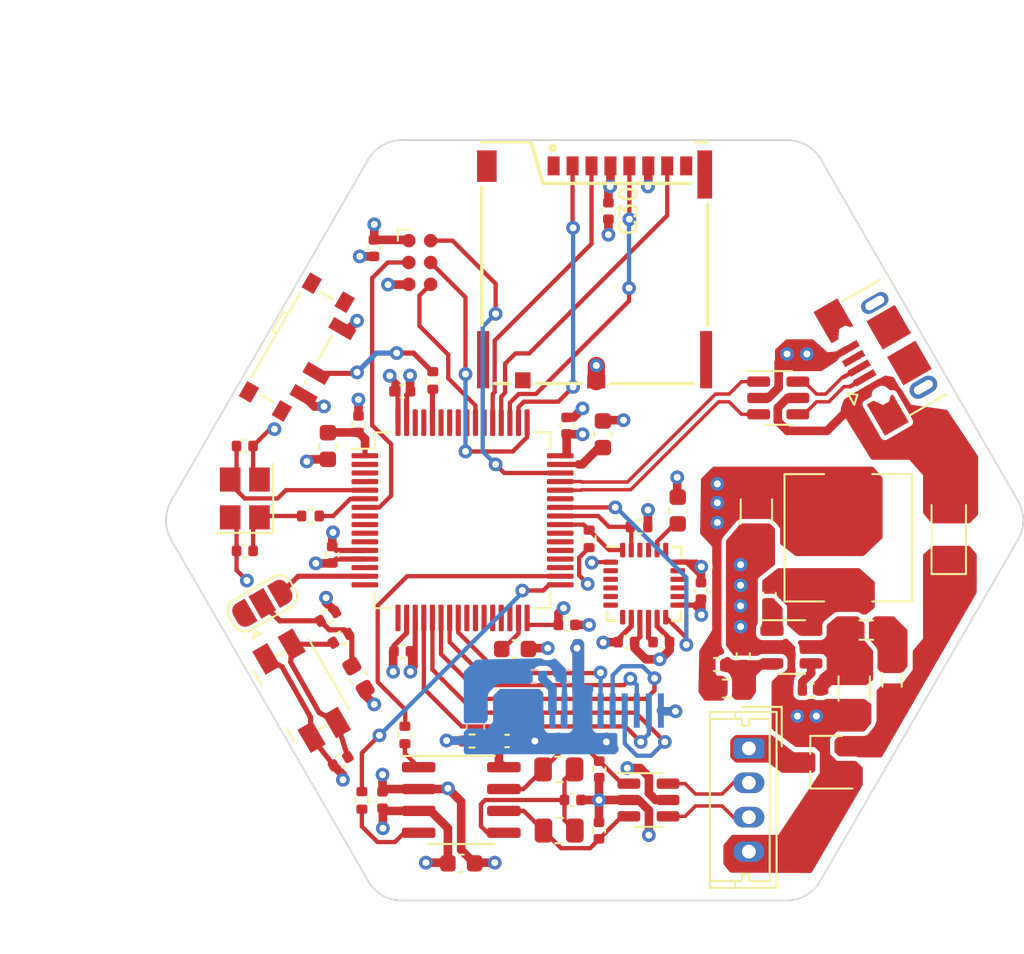
<source format=kicad_pcb>
(kicad_pcb (version 20221018) (generator pcbnew)
  (layers (0 "F.Cu" signal) (1 "In1.Cu" signal) (2 "In2.Cu" signal) (31 "B.Cu" signal) (34 "B.Paste" user) (35 "F.Paste" user) (36 "B.SilkS" user "B.Silkscreen") (37 "F.SilkS" user "F.Silkscreen") (38 "B.Mask" user) (39 "F.Mask" user) (44 "Edge.Cuts" user))
  (net 0 "")
  (net 1 "+3V3")
  (net 2 "GND")
  (net 3 "/MCU/HSE_IN")
  (net 4 "/MCU/XTAL_IN")
  (net 5 "/MCU/VCAP_1")
  (net 6 "/MCU/VCAP_2")
  (net 7 "/Sensors/CAN+")
  (net 8 "/Sensors/CAN-")
  (net 9 "/PMU/BUCK_IN")
  (net 10 "VBUS")
  (net 11 "+12V")
  (net 12 "Net-(H1-LEDA)")
  (net 13 "TFT_DC")
  (net 14 "TFT_CS")
  (net 15 "TFT_SCK")
  (net 16 "TFT_MOSI")
  (net 17 "TFT_RST")
  (net 18 "/Connectors/D-")
  (net 19 "/Connectors/D+")
  (net 22 "SWDIO")
  (net 23 "NRST")
  (net 24 "SWCLK")
  (net 25 "SWO")
  (net 27 "SD_CS")
  (net 28 "SD_MOSI")
  (net 29 "SD_SCK")
  (net 30 "SD_MISO")
  (net 32 "SD_CD")
  (net 33 "/MCU/HSE_OUT")
  (net 34 "IMU_SDA")
  (net 35 "IMU_SCL")
  (net 36 "CAN_TX")
  (net 37 "Net-(U3-D)")
  (net 38 "Net-(SW1-B)")
  (net 39 "/MCU/BOOT0")
  (net 40 "IMU_INT")
  (net 41 "BTN")
  (net 42 "CAN_RX")
  (net 43 "USB_D-")
  (net 44 "USB_D+")
  (net 45 "CAN_CONN-")
  (net 46 "CAN_CONN+")
  (net 47 "/PMU/BUCK_OUT")
  (net 48 "/PMU/BUCK_FB")
  (net 49 "/PMU/BUCK_EN")
  (net 50 "/PMU/BUCK_BST")
  (net 51 "Net-(U3-R)")
  (net 52 "/Sensors/VREF")
  (net 53 "Net-(JP1-C)")
  (net 54 "Net-(U5-REGOUT)")
  (net 55 "Net-(U5-CPOUT)")
  (net 56 "Net-(C28-Pad1)")
  (net 98 "/Sensors/CAN_RS")
  (net 100 "/PMU/POST_POL")
  (net 101 "/PMU/POST_FUSE")
  (footprint "Connector_USB:USB_Micro-B_XKB_U254-051T-4BH83-F1S" (layer "F.Cu") (at 139.27025 73.83177 120)
    (fp_text reference "J1" hide)
    (fp_text value "USB_B_Micro")
  )
  (footprint "Capacitor_SMD:C_0402_1005Metric" (layer "F.Cu") (at 123.764 90.9)
    (fp_text reference "C17" hide)
    (fp_text value "10n")
  )
  (footprint "Capacitor_SMD:C_0402_1005Metric" (layer "F.Cu") (at 122.189 98.298 -90)
    (fp_text reference "C19" hide)
    (fp_text value "100n")
  )
  (footprint "Resistor_SMD:R_0402_1005Metric" (layer "F.Cu") (at 108.4 100.1 -90)
    (fp_text reference "R12" hide)
    (fp_text value "47R")
  )
  (footprint "Capacitor_SMD:C_0402_1005Metric" (layer "F.Cu") (at 122.72 65.84 -90)
    (fp_text reference "C30")
    (fp_text value "100n")
  )
  (footprint "Resistor_SMD:R_0402_1005Metric" (layer "F.Cu") (at 106.426 89.408 -150)
    (fp_text reference "R16" hide)
    (fp_text value "10k")
  )
  (footprint "Jumper:SolderJumper-3_P1.3mm_Open_RoundedPad1.0x1.5mm" (layer "F.Cu") (at 102.616 88.646 30)
    (fp_text reference "JP1" hide)
    (fp_text value "Jumper_3_Bridged12")
  )
  (footprint "Resistor_SMD:R_0402_1005Metric" (layer "F.Cu") (at 105.41 83.57)
    (fp_text reference "R2" hide)
    (fp_text value "47R")
  )
  (footprint "Connector_Molex:Molex_Micro-Latch_53253-0470_1x04_P2.00mm_Vertical" (layer "F.Cu") (at 130.881 97.076 -90)
    (fp_text reference "J4" hide)
    (fp_text value "Conn_01x04_Pin")
  )
  (footprint "Capacitor_SMD:C_0402_1005Metric" (layer "F.Cu") (at 132.08 88.138 90)
    (fp_text reference "C11" hide)
    (fp_text value "22n")
  )
  (footprint "Capacitor_SMD:C_1206_3216Metric" (layer "F.Cu") (at 131.318 83.312 -90)
    (fp_text reference "C13" hide)
    (fp_text value "47u")
  )
  (footprint "Resistor_SMD:R_0402_1005Metric" (layer "F.Cu") (at 107.188 90.678 -150)
    (fp_text reference "R17" hide)
    (fp_text value "10R")
  )
  (footprint "Crystal:Crystal_SMD_3225-4Pin_3.2x2.5mm" (layer "F.Cu") (at 101.6 82.55 90)
    (fp_text reference "Y1" hide)
    (fp_text value "25MHz 12pF")
  )
  (footprint "Resistor_SMD:R_0805_2012Metric" (layer "F.Cu") (at 119.841 98.298 180)
    (fp_text reference "R11" hide)
    (fp_text value "56R")
  )
  (footprint "Diode_SMD:D_SOD-123" (layer "F.Cu") (at 142.494 84.582 90)
    (fp_text reference "D1" hide)
    (fp_text value "B5819W")
  )
  (footprint "Inductor_SMD:L_0805_2012Metric" (layer "F.Cu") (at 139.2 93.091 90)
    (fp_text reference "F1" hide)
    (fp_text value "1A")
  )
  (footprint "Capacitor_SMD:C_0603_1608Metric" (layer "F.Cu") (at 106.426 79.502 -90)
    (fp_text reference "C1" hide)
    (fp_text value "2u2")
  )
  (footprint "Resistor_SMD:R_0402_1005Metric" (layer "F.Cu") (at 114.8 96.647)
    (fp_text reference "R14" hide)
    (fp_text value "1k5")
  )
  (footprint "Capacitor_SMD:C_0402_1005Metric" (layer "F.Cu") (at 101.6 85.598 180)
    (fp_text reference "C8" hide)
    (fp_text value "12p")
  )
  (footprint "Capacitor_SMD:C_0402_1005Metric" (layer "F.Cu") (at 101.6 79.502)
    (fp_text reference "C7" hide)
    (fp_text value "12p")
  )
  (footprint "Capacitor_SMD:C_0402_1005Metric" (layer "F.Cu") (at 122.174 101.854 -90)
    (fp_text reference "C21" hide)
    (fp_text value "100n")
  )
  (footprint "Package_TO_SOT_SMD:SOT-23-6" (layer "F.Cu") (at 125.048 100.076)
    (fp_text reference "U4" hide)
    (fp_text value "USBLC6-2")
  )
  (footprint "Capacitor_SMD:C_0402_1005Metric" (layer "F.Cu") (at 120.3 89.9)
    (fp_text reference "C5" hide)
    (fp_text value "100n")
  )
  (footprint "Package_SO:SOIC-8_3.9x4.9mm_P1.27mm" (layer "F.Cu") (at 114.173 100.076)
    (fp_text reference "U3" hide)
    (fp_text value "SN65HVD230")
  )
  (footprint "Resistor_SMD:R_0402_1005Metric" (layer "F.Cu") (at 112.522 75.692 -90)
    (fp_text reference "R1" hide)
    (fp_text value "10R")
  )
  (footprint "Package_TO_SOT_SMD:TSOT-23-6" (layer "F.Cu") (at 133.35 91.186)
    (fp_text reference "U2" hide)
    (fp_text value "TPMP2359D")
  )
  (footprint "Button_Switch_SMD:Panasonic_EVQPUL_EVQPUC" (layer "F.Cu") (at 104.902 93.722 120)
    (fp_text reference "SW2" hide)
    (fp_text value "SW_Omron_B3FS")
  )
  (footprint "Capacitor_SMD:C_0603_1608Metric" (layer "F.Cu") (at 126.75 83.25 90)
    (fp_text reference "C24" hide)
    (fp_text value "2u2")
  )
  (footprint "Capacitor_SMD:C_0402_1005Metric" (layer "F.Cu") (at 106.68 85.82 90)
    (fp_text reference "C29" hide)
    (fp_text value "100n")
  )
  (footprint "Capacitor_SMD:C_0402_1005Metric" (layer "F.Cu") (at 120.65 100.076)
    (fp_text reference "C20" hide)
    (fp_text value "100n")
  )
  (footprint "Capacitor_SMD:C_0402_1005Metric" (layer "F.Cu") (at 116.84 96.647)
    (fp_text reference "C22" hide)
    (fp_text value "100n")
  )
  (footprint "Capacitor_SMD:C_0402_1005Metric" (layer "F.Cu") (at 107.17 97.82 -150)
    (fp_text reference "C28" hide)
    (fp_text value "100n")
  )
  (footprint "Connector:Tag-Connect_TC2030-IDC-NL_2x03_P1.27mm_Vertical" (layer "F.Cu") (at 111.76 68.834 -90)
    (fp_text reference "J2" hide)
    (fp_text value "Conn_ARM_SWD_TC2030-NL")
  )
  (footprint "Button_Switch_SMD:SW_SPDT_PCM12" (layer "F.Cu") (at 104.902 73.914 -120)
    (fp_text reference "SW1" hide)
    (fp_text value "SW_SPDT")
  )
  (footprint "Capacitor_SMD:C_0402_1005Metric" (layer "F.Cu") (at 109.601 100.076 90)
    (fp_text reference "C16" hide)
    (fp_text value "100n")
  )
  (footprint "Capacitor_SMD:C_0402_1005Metric" (layer "F.Cu") (at 120.296 78.32 90)
    (fp_text reference "C6" hide)
    (fp_text value "100n")
  )
  (footprint "Capacitor_SMD:C_0603_1608Metric" (layer "F.Cu") (at 108.204 92.964 -60)
    (fp_text reference "C27" hide)
    (fp_text value "2u2")
  )
  (footprint "Sensor_Motion:InvenSense_QFN-24_4x4mm_P0.5mm" (layer "F.Cu") (at 124.8 87.5)
    (fp_text reference "U5" hide)
    (fp_text value "MPU-6050")
  )
  (footprint "Package_QFP:LQFP-64_10x10mm_P0.5mm" (layer "F.Cu") (at 114.2492 83.82)
    (fp_text reference "U1" hide)
    (fp_text value "STM32F405RGT6")
  )
  (footprint "SamacSys_Parts:503398-1892" (layer "F.Cu") (at 115.37 61.82)
    (fp_text reference "J3" hide)
    (fp_text value "Micro_SD_Card" hide)
  )
  (footprint "Capacitor_SMD:C_1206_3216Metric" (layer "F.Cu") (at 137 93.599 -90)
    (fp_text reference "C14" hide)
    (fp_text value "47u")
  )
  (footprint "Resistor_SMD:R_0402_1005Metric" (layer "F.Cu") (at 121.6 84.9 -90)
    (fp_text reference "R4" hide)
    (fp_text value "1k5")
  )
  (footprint "Resistor_SMD:R_0402_1005Metric" (layer "F.Cu") (at 124.5 84.2)
    (fp_text reference "R3" hide)
    (fp_text value "1k5")
  )
  (footprint "Capacitor_SMD:C_0603_1608Metric" (layer "F.Cu") (at 114.173 103.759)
    (fp_text reference "C15" hide)
    (fp_text value "2u2")
  )
  (footprint "Resistor_SMD:R_0402_1005Metric" (layer "F.Cu") (at 110.9 96.3 -90)
    (fp_text reference "R10" hide)
    (fp_text value "47R")
  )
  (footprint "Inductor_SMD:L_7.3x7.3_H4.5" (layer "F.Cu") (at 136.652 84.836 90)
    (fp_text reference "L1" hide)
    (fp_text value "4u7")
  )
  (footprint "Capacitor_SMD:C_0402_1005Metric" (layer "F.Cu") (at 125.796 90.9)
    (fp_text reference "C23" hide)
    (fp_text value "100n")
  )
  (footprint "Package_TO_SOT_SMD:TSOT-23" (layer "F.Cu") (at 135.4 97.9 180)
    (fp_text reference "Q1" hide)
    (fp_text value "Q_PMOS_GSD")
  )
  (footprint "Capacitor_SMD:C_0402_1005Metric" (layer "F.Cu") (at 110.744 76.32)
    (fp_text reference "C3" hide)
    (fp_text value "100n")
  )
  (footprint "Capacitor_SMD:C_0603_1608Metric" (layer "F.Cu") (at 122.4 78.82 90)
    (fp_text reference "C10" hide)
    (fp_text value "2u2")
  )
  (footprint "Resistor_SMD:R_0402_1005Metric" (layer "F.Cu") (at 130.556 91.694 90)
    (fp_text reference "R8" hide)
    (fp_text value "10k")
  )
  (footprint "Package_TO_SOT_SMD:SOT-23-6" (layer "F.Cu") (at 132.588 76.708)
    (fp_text reference "U6" hide)
    (fp_text value "USBLC6-4")
  )
  (footprint "Resistor_SMD:R_0402_1005Metric" (layer "F.Cu") (at 134.5 93.7 180)
    (fp_text reference "R7" hide)
    (fp_text value "100k")
  )
  (footprint "Capacitor_SMD:C_0402_1005Metric" (layer "F.Cu") (at 108.204 78.232 90)
    (fp_text reference "C2" hide)
    (fp_text value "100n")
  )
  (footprint "Capacitor_SMD:C_0603_1608Metric" (layer "F.Cu") (at 117.3 91.3)
    (fp_text reference "C9" hide)
    (fp_text value "2u2")
  )
  (footprint "Resistor_SMD:R_0603_1608Metric" (layer "F.Cu") (at 129.6 93.6)
    (fp_text reference "R6" hide)
    (fp_text value "560k")
  )
  (footprint "Capacitor_SMD:C_0402_1005Metric" (layer "F.Cu") (at 128.1 87.92 90)
    (fp_text reference "C18" hide)
    (fp_text value "100n")
  )
  (footprint "Capacitor_SMD:C_0402_1005Metric" (layer "F.Cu") (at 110.744 91.44 180)
    (fp_text reference "C4" hide)
    (fp_text value "100n")
  )
  (footprint "Inductor_SMD:L_0805_2012Metric" (layer "F.Cu") (at 137.7 90.2 180)
    (fp_text reference "FB1" hide)
    (fp_text value "100 @ 100MHz")
  )
  (footprint "Resistor_SMD:R_0805_2012Metric" (layer "F.Cu") (at 119.861 101.854)
    (fp_text reference "R13" hide)
    (fp_text value "56R")
  )
  (footprint "Resistor_SMD:R_0402_1005Metric" (layer "F.Cu") (at 129 92.2)
    (fp_text reference "R5" hide)
    (fp_text value "33k")
  )
  (footprint "Capacitor_SMD:C_0402_1005Metric" (layer "F.Cu") (at 109.1 68 -90)
    (fp_text reference "C12" hide)
    (fp_text value "470n")
  )
  (footprint "Capacitor_SMD:C_0402_1005Metric" (layer "B.Cu") (at 120.4 92.9)
    (fp_text reference "C25" hide)
    (fp_text value "100n")
  )
  (footprint "Resistor_SMD:R_0402_1005Metric" (layer "B.Cu") (at 118.4 92.9)
    (fp_text reference "R15" hide)
    (fp_text value "10R")
  )
  (footprint "Display:ER_TFT128-1" (layer "B.Cu") (at 121.92 83.82 180)
    (fp_text reference "H1" hide)
    (fp_text value "ER_TFT128-1")
  )
  (footprint "Capacitor_SMD:C_0603_1608Metric" (layer "B.Cu") (at 115 95.8 -90)
    (fp_text reference "C26" hide)
    (fp_text value "2u2")
  )
  (gr_arc locked (start 146.51875 82.695) (mid 146.82 83.82) (end 146.51875 84.945) (stroke (width 0.1)) (layer "Edge.Cuts"))
  (gr_arc locked (start 135.020539 104.79156) (mid 134.196719 105.617564) (end 133.07 105.92) (stroke (width 0.1)) (layer "Edge.Cuts"))
  (gr_line locked (start 133.12 61.72) (end 110.72 61.72) (stroke (width 0.1)) (layer "Edge.Cuts"))
  (gr_arc locked (start 133.12 61.72) (mid 134.235981 62.016263) (end 135.058073 62.827034) (stroke (width 0.1)) (layer "Edge.Cuts"))
  (gr_arc locked (start 97.320001 84.945) (mid 97.018751 83.82) (end 97.320001 82.695) (stroke (width 0.1)) (layer "Edge.Cuts"))
  (gr_line locked (start 97.320001 82.695) (end 108.760298 62.864527) (stroke (width 0.1)) (layer "Edge.Cuts"))
  (gr_arc locked (start 110.72 105.92) (mid 109.585278 105.612912) (end 108.760298 104.775473) (stroke (width 0.1)) (layer "Edge.Cuts"))
  (gr_line locked (start 110.72 105.92) (end 133.07 105.92) (stroke (width 0.1)) (layer "Edge.Cuts"))
  (gr_line locked (start 146.51875 82.695) (end 135.058073 62.827034) (stroke (width 0.1)) (layer "Edge.Cuts"))
  (gr_line locked (start 97.320001 84.945) (end 108.760298 104.775473) (stroke (width 0.1)) (layer "Edge.Cuts"))
  (gr_arc locked (start 108.760298 62.864527) (mid 109.585278 62.027088) (end 110.72 61.72) (stroke (width 0.1)) (layer "Edge.Cuts"))
  (gr_line locked (start 146.51875 84.945) (end 135.020539 104.79156) (stroke (width 0.1)) (layer "Edge.Cuts"))
  (segment (start 109.12 66.62) (end 109.12 67.5) (width 0.5) (layer "F.Cu") (net 1))
  (segment (start 111.081 67.52) (end 111.125 67.564) (width 0.5) (layer "F.Cu") (net 1))
  (segment (start 120.296 78.8) (end 120.296 79.9011) (width 0.5) (layer "F.Cu") (net 1))
  (segment (start 127.75 88.75) (end 128.1 88.4) (width 0.3) (layer "F.Cu") (net 1))
  (segment (start 111.4992 92.340796) (end 111.22 92.619996) (width 0.3) (layer "F.Cu") (net 1))
  (segment (start 121.52 87.52) (end 121.0242 87.0242) (width 0.25) (layer "F.Cu") (net 1))
  (segment (start 120.12 88.92) (end 119.82 89.22) (width 0.5) (layer "F.Cu") (net 1))
  (segment (start 128.12 88.42) (end 128.1 88.4) (width 0.5) (layer "F.Cu") (net 1))
  (segment (start 111.224 92.615996) (end 111.22 92.619996) (width 0.3) (layer "F.Cu") (net 1))
  (segment (start 109.1 67.52) (end 111.081 67.52) (width 0.5) (layer "F.Cu") (net 1))
  (segment (start 124.565528 98.22) (end 125.073 98.727472) (width 0.5) (layer "F.Cu") (net 1))
  (segment (start 110.264 76.32) (end 110.264 75.663996) (width 0.3) (layer "F.Cu") (net 1))
  (segment (start 106.441 78.712) (end 108.204 78.712) (width 0.5) (layer "F.Cu") (net 1))
  (segment (start 123.284 90.9) (end 123.284 90.742041) (width 0.3) (layer "F.Cu") (net 1))
  (segment (start 113.398 103.759) (end 113.398 101.714) (width 0.5) (layer "F.Cu") (net 1))
  (segment (start 122.84 64.4) (end 122.82 64.42) (width 0.5) (layer "F.Cu") (net 1))
  (segment (start 126.75 88.75) (end 127.75 88.75) (width 0.3) (layer "F.Cu") (net 1))
  (segment (start 120.296 78.8) (end 120.316 78.82) (width 0.5) (layer "F.Cu") (net 1))
  (segment (start 125.073 99.68305) (end 125.46595 100.076) (width 0.5) (layer "F.Cu") (net 1))
  (segment (start 120.1271 80.07) (end 119.9242 80.07) (width 0.3) (layer "F.Cu") (net 1))
  (segment (start 119.52 89.9) (end 118.094 89.9) (width 0.25) (layer "F.Cu") (net 1))
  (segment (start 121.0242 85.9858) (end 121.6 85.41) (width 0.25) (layer "F.Cu") (net 1))
  (segment (start 111.4992 89.495) (end 111.4992 92.340796) (width 0.3) (layer "F.Cu") (net 1))
  (segment (start 113.398 101.714) (end 112.395 100.711) (width 0.5) (layer "F.Cu") (net 1))
  (segment (start 118.094 89.9) (end 117.9992 89.8052) (width 0.25) (layer "F.Cu") (net 1))
  (segment (start 121.0242 87.0242) (end 121.0242 85.9858) (width 0.25) (layer "F.Cu") (net 1))
  (segment (start 125.46595 100.076) (end 126.1855 100.076) (width 0.5) (layer "F.Cu") (net 1))
  (segment (start 122.72 64.52) (end 122.82 64.42) (width 0.5) (layer "F.Cu") (net 1))
  (segment (start 105.72 86.32) (end 106.66 86.32) (width 0.5) (layer "F.Cu") (net 1))
  (segment (start 108.585 80.0592) (end 108.585 79.502) (width 0.3) (layer "F.Cu") (net 1))
  (segment (start 120.316 78.82) (end 121.22 78.82) (width 0.5) (layer "F.Cu") (net 1))
  (segment (start 108.5742 80.07) (end 108.585 80.0592) (width 0.3) (layer "F.Cu") (net 1))
  (segment (start 109.12 67.5) (end 109.1 67.52) (width 0.5) (layer "F.Cu") (net 1))
  (segment (start 125.02 84.19) (end 125.01 84.2) (width 0.5) (layer "F.Cu") (net 1))
  (segment (start 119.82 89.22) (end 119.82 89.9) (width 0.5) (layer "F.Cu") (net 1))
  (segment (start 125.073 98.727472) (end 125.073 99.68305) (width 0.5) (layer "F.Cu") (net 1))
  (segment (start 112.12 103.72) (end 113.359 103.72) (width 0.5) (layer "F.Cu") (net 1))
  (segment (start 128.12 89.32) (end 128.12 88.42) (width 0.5) (layer "F.Cu") (net 1))
  (segment (start 111.698 100.711) (end 109.756 100.711) (width 0.5) (layer "F.Cu") (net 1))
  (segment (start 123.82 98.22) (end 124.565528 98.22) (width 0.5) (layer "F.Cu") (net 1))
  (segment (start 106.32 88.605327) (end 106.867673 89.153) (width 0.5) (layer "F.Cu") (net 1))
  (segment (start 106.91 86.07) (end 106.68 86.3) (width 0.3) (layer "F.Cu") (net 1))
  (segment (start 112.395 100.711) (end 111.698 100.711) (width 0.5) (layer "F.Cu") (net 1))
  (segment (start 110.4992 75.899196) (end 110.02 75.419996) (width 0.3) (layer "F.Cu") (net 1))
  (segment (start 122.44 90.9) (end 122.42 90.92) (width 0.5) (layer "F.Cu") (net 1))
  (segment (start 122.84 63.22) (end 122.84 64.4) (width 0.5) (layer "F.Cu") (net 1))
  (segment (start 127.65 88.75) (end 128.12 89.22) (width 0.3) (layer "F.Cu") (net 1))
  (segment (start 106.32 88.32) (end 106.32 88.605327) (width 0.5) (layer "F.Cu") (net 1))
  (segment (start 123.284 90.742041) (end 124.05 89.976041) (width 0.3) (layer "F.Cu") (net 1))
  (segment (start 125.02 83.22) (end 125.02 84.19) (width 0.5) (layer "F.Cu") (net 1))
  (segment (start 110.4992 78.145) (end 110.4992 75.899196) (width 0.3) (layer "F.Cu") (net 1))
  (segment (start 108.585 79.093) (end 108.204 78.712) (width 0.5) (layer "F.Cu") (net 1))
  (segment (start 117.9992 89.8052) (end 117.9992 89.495) (width 0.25) (layer "F.Cu") (net 1))
  (segment (start 106.426 78.727) (end 106.441 78.712) (width 0.5) (layer "F.Cu") (net 1))
  (segment (start 110.264 75.663996) (end 110.02 75.419996) (width 0.3) (layer "F.Cu") (net 1))
  (segment (start 113.359 103.72) (end 113.398 103.759) (width 0.5) (layer "F.Cu") (net 1))
  (segment (start 107.265416 72.680443) (end 107.659557 72.680443) (width 0.5) (layer "F.Cu") (net 1))
  (segment (start 122.72 65.36) (end 122.72 64.52) (width 0.5) (layer "F.Cu") (net 1))
  (segment (start 128.12 89.22) (end 128.12 89.32) (width 0.3) (layer "F.Cu") (net 1))
  (segment (start 106.66 86.32) (end 106.68 86.3) (width 0.5) (layer "F.Cu") (net 1))
  (segment (start 126.75 88.75) (end 127.65 88.75) (width 0.3) (layer "F.Cu") (net 1))
  (segment (start 123.284 90.9) (end 122.44 90.9) (width 0.5) (layer "F.Cu") (net 1))
  (segment (start 111.224 91.44) (end 111.224 92.615996) (width 0.3) (layer "F.Cu") (net 1))
  (segment (start 109.62 101.72) (end 109.62 100.575) (width 0.5) (layer "F.Cu") (net 1))
  (segment (start 120.296 79.9011) (end 120.1271 80.07) (width 0.3) (layer "F.Cu") (net 1))
  (segment (start 109.756 100.711) (end 109.601 100.556) (width 0.5) (layer "F.Cu") (net 1))
  (segment (start 108.585 79.502) (end 108.585 79.093) (width 0.5) (layer "F.Cu") (net 1))
  (segment (start 109.62 100.575) (end 109.601 100.556) (width 0.5) (layer "F.Cu") (net 1))
  (segment (start 108.5742 86.07) (end 106.91 86.07) (width 0.3) (layer "F.Cu") (net 1))
  (segment (start 107.659557 72.680443) (end 108.12 72.22) (width 0.5) (layer "F.Cu") (net 1))
  (segment (start 124.05 89.976041) (end 124.05 89.45) (width 0.3) (layer "F.Cu") (net 1))
  (via (at 123.82 98.22) (size 0.8) (drill 0.4) (layers "F.Cu" "B.Cu") (net 1))
  (via (at 112.12 103.72) (size 0.8) (drill 0.4) (layers "F.Cu" "B.Cu") (net 1))
  (via (at 109.12 66.62) (size 0.8) (drill 0.4) (layers "F.Cu" "B.Cu") (net 1))
  (via (at 128.12 89.32) (size 0.8) (drill 0.4) (layers "F.Cu" "B.Cu") (net 1))
  (via (at 121.52 87.52) (size 0.8) (drill 0.4) (layers "F.Cu" "B.Cu") (net 1))
  (via (at 110.02 75.419996) (size 0.8) (drill 0.4) (layers "F.Cu" "B.Cu") (net 1))
  (via (at 106.32 88.32) (size 0.8) (drill 0.4) (layers "F.Cu" "B.Cu") (net 1))
  (via (at 108.12 72.22) (size 0.8) (drill 0.4) (layers "F.Cu" "B.Cu") (net 1))
  (via (at 122.82 64.42) (size 0.8) (drill 0.4) (layers "F.Cu" "B.Cu") (net 1))
  (via (at 105.72 86.32) (size 0.8) (drill 0.4) (layers "F.Cu" "B.Cu") (net 1))
  (via (at 125.02 83.22) (size 0.8) (drill 0.4) (layers "F.Cu" "B.Cu") (net 1))
  (via (at 122.42 90.92) (size 0.8) (drill 0.4) (layers "F.Cu" "B.Cu") (net 1))
  (via (at 109.62 101.72) (size 0.8) (drill 0.4) (layers "F.Cu" "B.Cu") (net 1))
  (via (at 129.05 81.7) (size 0.8) (drill 0.4) (layers "F.Cu" "B.Cu") (net 1))
  (via (at 121.22 78.82) (size 0.8) (drill 0.4) (layers "F.Cu" "B.Cu") (net 1))
  (via (at 129.05 83.95) (size 0.8) (drill 0.4) (layers "F.Cu" "B.Cu") (net 1))
  (via (at 129.05 82.8) (size 0.8) (drill 0.4) (layers "F.Cu" "B.Cu") (net 1))
  (via (at 120.12 88.92) (size 0.8) (drill 0.4) (layers "F.Cu" "B.Cu") (net 1))
  (via (at 111.22 92.619996) (size 0.8) (drill 0.4) (layers "F.Cu" "B.Cu") (net 1))
  (segment (start 117.89 92.9) (end 117.89 92.772685) (width 0.5) (layer "B.Cu") (net 1))
  (segment (start 110.9992 76.5448) (end 111.224 76.32) (width 0.3) (layer "F.Cu") (net 2))
  (segment (start 125.072977 100.672977) (end 125.072977 102.120012) (width 0.5) (layer "F.Cu") (net 2))
  (segment (start 125.04 64.4) (end 125.02 64.42) (width 0.5) (layer "F.Cu") (net 2))
  (segment (start 121.13 100.076) (end 122.174 100.076) (width 0.5) (layer "F.Cu") (net 2))
  (segment (start 107.3 98.605692) (end 106.754308 98.06) (width 0.5) (layer "F.Cu") (net 2))
  (segment (start 126.75 86.25) (end 127.85 86.25) (width 0.3) (layer "F.Cu") (net 2))
  (segment (start 106.68 85.34) (end 106.91 85.57) (width 0.3) (layer "F.Cu") (net 2))
  (segment (start 122.85 86.25) (end 121.785306 86.25) (width 0.25) (layer "F.Cu") (net 2))
  (segment (start 123.9105 100.076) (end 124.476 100.076) (width 0.5) (layer "F.Cu") (net 2))
  (segment (start 125.55 89.976041) (end 125.55 89.45) (width 0.3) (layer "F.Cu") (net 2))
  (segment (start 122.174 100.076) (end 122.174 98.793) (width 0.5) (layer "F.Cu") (net 2))
  (segment (start 102.853378 91.873683) (end 103.759 92.329) (width 0.3) (layer "F.Cu") (net 2))
  (segment (start 110.22 92.62) (end 110.22 91.484) (width 0.5) (layer "F.Cu") (net 2))
  (segment (start 101.72 87.32) (end 101.12 86.72) (width 0.25) (layer "F.Cu") (net 2))
  (segment (start 128.1 87.44) (end 128.1 87.073959) (width 0.3) (layer "F.Cu") (net 2))
  (segment (start 106.91 85.57) (end 108.5742 85.57) (width 0.3) (layer "F.Cu") (net 2))
  (segment (start 122.02 75.755) (end 122.015 75.76) (width 1) (layer "F.Cu") (net 2))
  (segment (start 110.264 91.106241) (end 110.264 91.44) (width 0.3) (layer "F.Cu") (net 2))
  (segment (start 135.85 74.3) (end 134.8 74.95) (width 0.25) (layer "F.Cu") (net 2))
  (segment (start 132.011528 76.708) (end 132.613 76.106528) (width 0.5) (layer "F.Cu") (net 2))
  (segment (start 125.7 91.9) (end 125.75 91.9) (width 0.5) (layer "F.Cu") (net 2))
  (segment (start 124.55 90.594) (end 124.55 89.45) (width 0.3) (layer "F.Cu") (net 2))
  (segment (start 125.75 91.9) (end 126.276 91.374) (width 0.5) (layer "F.Cu") (net 2))
  (segment (start 108.204 77.752) (end 108.204 76.804) (width 0.5) (layer "F.Cu") (net 2))
  (segment (start 105.323 80.277) (end 105.2 80.4) (width 0.5) (layer "F.Cu") (net 2))
  (segment (start 108.5915 93.9915) (end 109.12 94.52) (width 0.5) (layer "F.Cu") (net 2))
  (segment (start 126.72 81.32) (end 126.72 82.445) (width 0.5) (layer "F.Cu") (net 2))
  (segment (start 109.6 98.6) (end 109.6 99.595) (width 0.5) (layer "F.Cu") (net 2))
  (segment (start 101.12 86.72) (end 101.12 85.598) (width 0.25) (layer "F.Cu") (net 2))
  (segment (start 131.834751 76.708) (end 132.5 76.042751) (width 0.25) (layer "F.Cu") (net 2))
  (segment (start 106.68 84.56) (end 106.72 84.52) (width 0.5) (layer "F.Cu") (net 2))
  (segment (start 101.12 84.02) (end 100.75 83.65) (width 0.25) (layer "F.Cu") (net 2))
  (segment (start 106.426 80.277) (end 105.323 80.277) (width 0.5) (layer "F.Cu") (net 2))
  (segment (start 118.45 96.65) (end 117.323 96.65) (width 0.5) (layer "F.Cu") (net 2))
  (segment (start 126.276 91.374) (end 126.276 90.9) (width 0.5) (layer "F.Cu") (net 2))
  (segment (start 114.263 96.62) (end 114.29 96.647) (width 0.5) (layer "F.Cu") (net 2))
  (segment (start 122.72 66.32) (end 122.72 67.22) (width 0.5) (layer "F.Cu") (net 2))
  (segment (start 102.45 81.45) (end 102.08 81.08) (width 0.25) (layer "F.Cu") (net 2))
  (segment (start 102.08 79.502) (end 103.062 78.52) (width 0.25) (layer "F.Cu") (net 2))
  (segment (start 123.6 78) (end 122.445 78) (width 0.5) (layer "F.Cu") (net 2))
  (segment (start 109.92 70.12) (end 111.109 70.12) (width 0.5) (layer "F.Cu") (net 2))
  (segment (start 101.12 85.598) (end 101.12 84.02) (width 0.25) (layer "F.Cu") (net 2))
  (segment (start 132.5 76.042751) (end 132.5 75.4) (width 0.25) (layer "F.Cu") (net 2))
  (segment (start 105.637859 77.2) (end 105.015416 76.577557) (width 0.5) (layer "F.Cu") (net 2))
  (segment (start 123.9105 100.076) (end 122.174 100.076) (width 0.5) (layer "F.Cu") (net 2))
  (segment (start 127.85 86.25) (end 128.12 86.52) (width 0.3) (layer "F.Cu") (net 2))
  (segment (start 113.32 96.62) (end 114.263 96.62) (width 0.5) (layer "F.Cu") (net 2))
  (segment (start 124.244 90.9) (end 124.55 90.594) (width 0.3) (layer "F.Cu") (net 2))
  (segment (start 110.22 91.484) (end 110.264 91.44) (width 0.5) (layer "F.Cu") (net 2))
  (segment (start 126.276 90.702041) (end 125.55 89.976041) (width 0.3) (layer "F.Cu") (net 2))
  (segment (start 136.641382 73.848437) (end 135.85 74.3) (width 0.25) (layer "F.Cu") (net 2))
  (segment (start 111.2 76.296) (end 111.224 76.32) (width 0.5) (layer "F.Cu") (net 2))
  (segment (start 125.7 91.9) (end 124.9 91.9) (width 0.5) (layer "F.Cu") (net 2))
  (segment (start 132.613 74.637) (end 133.1 74.15) (width 0.5) (layer "F.Cu") (net 2))
  (segment (start 117.323 96.65) (end 117.32 96.647) (width 0.5) (layer "F.Cu") (net 2))
  (segment (start 124.244 91.244) (end 124.244 90.9) (width 0.5) (layer "F.Cu") (net 2))
  (segment (start 121.6 89.9) (end 120.78 89.9) (width 0.5) (layer "F.Cu") (net 2))
  (segment (start 125.04 63.22) (end 125.04 64.4) (width 0.5) (layer "F.Cu") (net 2))
  (segment (start 105.41 95.25) (end 105.478378 96.420317) (width 0.3) (layer "F.Cu") (net 2))
  (segment (start 132.95 74.95) (end 134.8 74.95) (width 0.25) (layer "F.Cu") (net 2))
  (segment (start 127.276041 86.25) (end 127.546041 86.52) (width 0.3) (layer "F.Cu") (net 2))
  (segment (start 109.1 68.48) (end 108.280028 68.48) (width 0.5) (layer "F.Cu") (net 2))
  (segment (start 132.613 76.106528) (end 132.613 74.637) (width 0.5) (layer "F.Cu") (net 2))
  (segment (start 122.174 101.374) (end 122.174 100.076) (width 0.5) (layer "F.Cu") (net 2))
  (segment (start 114.17 102.981) (end 114.948 103.759) (width 0.5) (layer "F.Cu") (net 2))
  (segment (start 111.2 75.4) (end 111.2 76.296) (width 0.5) (layer "F.Cu") (net 2))
  (segment (start 131.4505 76.708) (end 132.011528 76.708) (width 0.5) (layer "F.Cu") (net 2))
  (segment (start 106.754308 98.06) (end 105.478378 96.420317) (width 0.3) (layer "F.Cu") (net 2))
  (segment (start 114.987 103.72) (end 114.948 103.759) (width 0.5) (layer "F.Cu") (net 2))
  (segment (start 118.125 91.25) (end 118.075 91.3) (width 0.5) (layer "F.Cu") (net 2))
  (segment (start 120.7 77.84) (end 121.22 77.32) (width 0.5) (layer "F.Cu") (net 2))
  (segment (start 127.276041 86.25) (end 126.75 86.25) (width 0.3) (layer "F.Cu") (net 2))
  (segment (start 124.9 91.9) (end 124.244 91.244) (width 0.5) (layer "F.Cu") (net 2))
  (segment (start 111.109 70.12) (end 111.125 70.104) (width 0.5) (layer "F.Cu") (net 2))
  (segment (start 102.08 81.08) (end 102.08 79.502) (width 0.25) (layer "F.Cu") (net 2))
  (segment (start 120.296 77.84) (end 120.7 77.84) (width 0.5) (layer "F.Cu") (net 2))
  (segment (start 114.17 100.17) (end 114.17 102.981) (width 0.5) (layer "F.Cu") (net 2))
  (segment (start 110.9992 89.495) (end 110.9992 90.371041) (width 0.3) (layer "F.Cu") (net 2))
  (segment (start 131.4505 76.708) (end 131.834751 76.708) (width 0.25) (layer "F.Cu") (net 2))
  (segment (start 119.2 91.25) (end 118.125 91.25) (width 0.5) (layer "F.Cu") (net 2))
  (segment (start 128.1 87.073959) (end 127.276041 86.25) (width 0.3) (layer "F.Cu") (net 2))
  (segment (start 111.698 99.441) (end 109.756 99.441) (width 0.5) (layer "F.Cu") (net 2))
  (segment (start 106.2 77.2) (end 105.637859 77.2) (width 0.5) (layer "F.Cu") (net 2))
  (segment (start 122.02 74.82) (end 122.02 75.755) (width 1) (layer "F.Cu") (net 2))
  (segment (start 103.759 92.329) (end 105.41 95.25) (width 0.3) (layer "F.Cu") (net 2))
  (segment (start 124.476 100.076) (end 125.072977 100.672977) (width 0.5) (layer "F.Cu") (net 2))
  (segment (start 127.546041 86.52) (end 128.12 86.52) (width 0.3) (layer "F.Cu") (net 2))
  (segment (start 110.9992 78.145) (end 110.9992 76.5448) (width 0.3) (layer "F.Cu") (net 2))
  (segment (start 103.062 78.52) (end 103.32 78.52) (width 0.25) (layer "F.Cu") (net 2))
  (segment (start 113.4 99.4) (end 114.17 100.17) (width 0.5) (layer "F.Cu") (net 2))
  (segment (start 122.174 98.793) (end 122.189 98.778) (width 0.5) (layer "F.Cu") (net 2))
  (segment (start 116.12 103.72) (end 114.987 103.72) (width 0.5) (layer "F.Cu") (net 2))
  (segment (start 109.756 99.441) (end 109.601 99.596) (width 0.5) (layer "F.Cu") (net 2))
  (segment (start 128.1 86.54) (end 128.12 86.52) (width 0.5) (layer "F.Cu") (net 2))
  (segment (start 113.4 99.4) (end 113.359 99.441) (width 0.5) (layer "F.Cu") (net 2))
  (segment (start 128.1 87.44) (end 128.1 86.54) (width 0.5) (layer "F.Cu") (net 2))
  (segment (start 126.72 82.445) (end 126.75 82.475) (width 0.5) (layer "F.Cu") (net 2))
  (segment (start 106.68 85.34) (end 106.68 84.56) (width 0.5) (layer "F.Cu") (net 2))
  (segment (start 109.6 99.595) (end 109.601 99.596) (width 0.5) (layer "F.Cu") (net 2))
  (segment (start 126.276 90.9) (end 126.276 90.702041) (width 0.3) (layer "F.Cu") (net 2))
  (segment (start 113.359 99.441) (end 111.698 99.441) (width 0.5) (layer "F.Cu") (net 2))
  (segment (start 108.204 76.804) (end 108.2 76.8) (width 0.5) (layer "F.Cu") (net 2))
  (segment (start 121.785306 86.25) (end 121.752903 86.282403) (width 0.25) (layer "F.Cu") (net 2))
  (segment (start 107.3 98.9) (end 107.3 98.605692) (width 0.5) (layer "F.Cu") (net 2))
  (segment (start 122.445 78) (end 122.4 78.045) (width 0.5) (layer "F.Cu") (net 2))
  (segment (start 108.280028 68.48) (end 108.280014 68.480014) (width 0.5) (layer "F.Cu") (net 2))
  (segment (start 110.9992 90.371041) (end 110.264 91.106241) (width 0.3) (layer "F.Cu") (net 2))
  (segment (start 108.5915 93.63517) (end 108.5915 93.9915) (width 0.5) (layer "F.Cu") (net 2))
  (segment (start 132.5 75.4) (end 132.95 74.95) (width 0.25) (layer "F.Cu") (net 2))
  (via (at 121.752903 86.282403) (size 0.8) (drill 0.4) (layers "F.Cu" "B.Cu") (net 2))
  (via (at 133.7 95.2) (size 0.8) (drill 0.4) (layers "F.Cu" "B.Cu") (net 2))
  (via (at 113.32 96.62) (size 0.8) (drill 0.4) (layers "F.Cu" "B.Cu") (net 2))
  (via (at 123.6 78) (size 0.8) (drill 0.4) (layers "F.Cu" "B.Cu") (net 2))
  (via (at 125.7 91.9) (size 0.8) (drill 0.4) (layers "F.Cu" "B.Cu") (net 2))
  (via (at 128.12 86.52) (size 0.8) (drill 0.4) (layers "F.Cu" "B.Cu") (net 2))
  (via (at 118.45 96.65) (size 0.8) (drill 0.4) (layers "F.Cu" "B.Cu") (net 2))
  (via (at 106.2 77.2) (size 0.8) (drill 0.4) (layers "F.Cu" "B.Cu") (net 2))
  (via (at 133.1 74.15) (size 0.8) (drill 0.4) (layers "F.Cu" "B.Cu") (net 2))
  (via (at 134.25 74.15) (size 0.8) (drill 0.4) (layers "F.Cu" "B.Cu") (net 2))
  (via (at 107.3 98.9) (size 0.8) (drill 0.4) (layers "F.Cu" "B.Cu") (net 2))
  (via (at 122.02 74.82) (size 0.8) (drill 0.4) (layers "F.Cu" "B.Cu") (net 2))
  (via (at 130.4 90) (size 0.8) (drill 0.4) (layers "F.Cu" "B.Cu") (net 2))
  (via (at 111.2 75.4) (size 0.8) (drill 0.4) (layers "F.Cu" "B.Cu") (net 2))
  (via (at 125.072977 102.120012) (size 0.8) (drill 0.4) (layers "F.Cu" "B.Cu") (net 2))
  (via (at 134.8 95.2) (size 0.8) (drill 0.4) (layers "F.Cu" "B.Cu") (net 2))
  (via (at 122.174 100.076) (size 0.8) (drill 0.4) (layers "F.Cu" "B.Cu") (net 2))
  (via (at 109.6 98.6) (size 0.8) (drill 0.4) (layers "F.Cu" "B.Cu") (net 2))
  (via (at 101.72 87.32) (size 0.8) (drill 0.4) (layers "F.Cu" "B.Cu") (net 2))
  (via (at 108.280014 68.480014) (size 0.8) (drill 0.4) (layers "F.Cu" "B.Cu") (net 2))
  (via (at 122.6 96.7) (size 0.8) (drill 0.4) (layers "F.Cu" "B.Cu") (net 2))
  (via (at 125.02 64.42) (size 0.8) (drill 0.4) (layers "F.Cu" "B.Cu") (net 2))
  (via (at 116.12 103.72) (size 0.8) (drill 0.4) (layers "F.Cu" "B.Cu") (net 2))
  (via (at 122.72 67.22) (size 0.8) (drill 0.4) (layers "F.Cu" "B.Cu") (net 2))
  (via (at 130.4 86.4) (size 0.8) (drill 0.4) (layers "F.Cu" "B.Cu") (net 2))
  (via (at 126.62 94.92) (size 0.8) (drill 0.4) (layers "F.Cu" "B.Cu") (net 2))
  (via (at 109.92 70.12) (size 0.8) (drill 0.4) (layers "F.Cu" "B.Cu") (net 2))
  (via (at 113.4 99.4) (size 0.8) (drill 0.4) (layers "F.Cu" "B.Cu") (net 2))
  (via (at 108.2 76.8) (size 0.8) (drill 0.4) (layers "F.Cu" "B.Cu") (net 2))
  (via (at 103.32 78.52) (size 0.8) (drill 0.4) (layers "F.Cu" "B.Cu") (net 2))
  (via (at 106.72 84.52) (size 0.8) (drill 0.4) (layers "F.Cu" "B.Cu") (net 2))
  (via (at 126.72 81.32) (size 0.8) (drill 0.4) (layers "F.Cu" "B.Cu") (net 2))
  (via (at 109.12 94.52) (size 0.8) (drill 0.4) (layers "F.Cu" "B.Cu") (net 2))
  (via (at 120.9 91.25) (size 0.8) (drill 0.4) (layers "F.Cu" "B.Cu") (net 2))
  (via (at 121.22 77.32) (size 0.8) (drill 0.4) (layers "F.Cu" "B.Cu") (net 2))
  (via (at 110.22 92.62) (size 0.8) (drill 0.4) (layers "F.Cu" "B.Cu") (net 2))
  (via (at 119.2 91.25) (size 0.8) (drill 0.4) (layers "F.Cu" "B.Cu") (net 2))
  (via (at 105.2 80.4) (size 0.8) (drill 0.4) (layers "F.Cu" "B.Cu") (net 2))
  (via (at 130.4 88.8) (size 0.8) (drill 0.4) (layers "F.Cu" "B.Cu") (net 2))
  (via (at 121.6 89.9) (size 0.8) (drill 0.4) (layers "F.Cu" "B.Cu") (net 2))
  (via (at 130.4 87.6) (size 0.8) (drill 0.4) (layers "F.Cu" "B.Cu") (net 2))
  (segment (start 114.955 96.62) (end 115 96.575) (width 0.5) (layer "B.Cu") (net 2))
  (segment (start 120.88 92.9) (end 120.88 94.87) (width 0.5) (layer "B.Cu") (net 2))
  (segment (start 120.9 91.25) (end 120.9 92.88) (width 0.5) (layer "B.Cu") (net 2))
  (segment (start 120.9 92.88) (end 120.88 92.9) (width 0.5) (layer "B.Cu") (net 2))
  (segment (start 120.88 94.87) (end 120.87 94.88) (width 0.5) (layer "B.Cu") (net 2))
  (segment (start 113.32 96.62) (end 114.955 96.62) (width 0.5) (layer "B.Cu") (net 2))
  (segment (start 126.62 94.92) (end 125.81 94.92) (width 0.5) (layer "B.Cu") (net 2))
  (segment (start 125.81 94.92) (end 125.77 94.88) (width 0.5) (layer "B.Cu") (net 2))
  (segment (start 100.75 81.7) (end 101.6 82.55) (width 0.25) (layer "F.Cu") (net 3))
  (segment (start 103.985 82.07) (end 108.5742 82.07) (width 0.25) (layer "F.Cu") (net 3))
  (segment (start 100.75 81.45) (end 100.75 81.7) (width 0.25) (layer "F.Cu") (net 3))
  (segment (start 100.75 81.45) (end 101.12 81.08) (width 0.25) (layer "F.Cu") (net 3))
  (segment (start 101.6 82.55) (end 103.505 82.55) (width 0.25) (layer "F.Cu") (net 3))
  (segment (start 103.505 82.55) (end 103.985 82.07) (width 0.25) (layer "F.Cu") (net 3))
  (segment (start 101.12 81.08) (end 101.12 79.502) (width 0.25) (layer "F.Cu") (net 3))
  (segment (start 102.534 83.566) (end 102.45 83.65) (width 0.25) (layer "F.Cu") (net 4))
  (segment (start 102.45 83.65) (end 102.53 83.57) (width 0.25) (layer "F.Cu") (net 4))
  (segment (start 102.08 84.02) (end 102.45 83.65) (width 0.25) (layer "F.Cu") (net 4))
  (segment (start 102.53 83.57) (end 104.9 83.57) (width 0.25) (layer "F.Cu") (net 4))
  (segment (start 102.08 85.598) (end 102.08 84.02) (width 0.25) (layer "F.Cu") (net 4))
  (segment (start 117.4992 90.3992) (end 117.4992 89.495) (width 0.25) (layer "F.Cu") (net 5))
  (segment (start 116.525 91.3) (end 116.5984 91.3) (width 0.25) (layer "F.Cu") (net 5))
  (segment (start 116.5984 91.3) (end 117.4992 90.3992) (width 0.25) (layer "F.Cu") (net 5))
  (segment (start 122.4 79.595) (end 122.174 79.595) (width 0.5) (layer "F.Cu") (net 6))
  (segment (start 122.174 79.595) (end 121.199 80.57) (width 0.5) (layer "F.Cu") (net 6))
  (segment (start 119.9242 80.57) (end 121 80.57) (width 0.3) (layer "F.Cu") (net 6))
  (segment (start 121.199 80.57) (end 121 80.57) (width 0.5) (layer "F.Cu") (net 6))
  (segment (start 123.9105 99.126) (end 123.51 99.126) (width 0.25) (layer "F.Cu") (net 7))
  (segment (start 122.202 97.818) (end 122.189 97.818) (width 0.25) (layer "F.Cu") (net 7))
  (segment (start 117.7855 99.441) (end 118.9285 98.298) (width 0.25) (layer "F.Cu") (net 7))
  (segment (start 121.644 97.273) (end 122.189 97.818) (width 0.25) (layer "F.Cu") (net 7))
  (segment (start 118.9285 98.298) (end 119.9535 97.273) (width 0.25) (layer "F.Cu") (net 7))
  (segment (start 123.51 99.126) (end 122.202 97.818) (width 0.25) (layer "F.Cu") (net 7))
  (segment (start 116.648 99.441) (end 117.7855 99.441) (width 0.25) (layer "F.Cu") (net 7))
  (segment (start 119.9535 97.273) (end 121.644 97.273) (width 0.25) (layer "F.Cu") (net 7))
  (segment (start 117.8055 100.711) (end 116.648 100.711) (width 0.25) (layer "F.Cu") (net 8))
  (segment (start 122.174 102.362) (end 121.657 102.879) (width 0.25) (layer "F.Cu") (net 8))
  (segment (start 122.202 102.334) (end 122.174 102.334) (width 0.25) (layer "F.Cu") (net 8))
  (segment (start 122.174 102.334) (end 122.174 102.362) (width 0.25) (layer "F.Cu") (net 8))
  (segment (start 123.9105 101.026) (end 123.51 101.026) (width 0.25) (layer "F.Cu") (net 8))
  (segment (start 119.9735 102.879) (end 118.9485 101.854) (width 0.25) (layer "F.Cu") (net 8))
  (segment (start 121.657 102.879) (end 119.9735 102.879) (width 0.25) (layer "F.Cu") (net 8))
  (segment (start 118.9485 101.854) (end 117.8055 100.711) (width 0.25) (layer "F.Cu") (net 8))
  (segment (start 123.51 101.026) (end 122.202 102.334) (width 0.25) (layer "F.Cu") (net 8))
  (segment (start 137.12 76.92) (end 137.12 76.62) (width 0.5) (layer "F.Cu") (net 10))
  (segment (start 137.941382 76.100103) (end 137.12 76.62) (width 0.25) (layer "F.Cu") (net 10))
  (segment (start 133.132 76.708) (end 132.563 77.277) (width 0.5) (layer "F.Cu") (net 10))
  (segment (start 132.563 77.277) (end 132.563 78.063) (width 0.5) (layer "F.Cu") (net 10))
  (segment (start 133.7255 76.708) (end 133.132 76.708) (width 0.5) (layer "F.Cu") (net 10))
  (segment (start 135.42 78.62) (end 137.12 76.92) (width 0.5) (layer "F.Cu") (net 10))
  (segment (start 133.12 78.62) (end 135.42 78.62) (width 0.5) (layer "F.Cu") (net 10))
  (segment (start 132.563 78.063) (end 133.12 78.62) (width 0.5) (layer "F.Cu") (net 10))
  (segment (start 118.91 93.035) (end 119.47 93.595) (width 0.5) (layer "B.Cu") (net 12))
  (segment (start 119.47 93.595) (end 119.47 94.88) (width 0.5) (layer "B.Cu") (net 12))
  (segment (start 118.91 92.9) (end 118.91 93.035) (width 0.5) (layer "B.Cu") (net 12))
  (segment (start 122.262527 92.673851) (end 122.236378 92.7) (width 0.25) (layer "F.Cu") (net 13))
  (segment (start 116.363515 92.7) (end 113.9992 90.335685) (width 0.25) (layer "F.Cu") (net 13))
  (segment (start 122.236378 92.7) (end 116.363515 92.7) (width 0.25) (layer "F.Cu") (net 13))
  (segment (start 113.9992 90.335685) (end 113.9992 89.495) (width 0.25) (layer "F.Cu") (net 13))
  (via (at 122.262527 92.673851) (size 0.8) (drill 0.4) (layers "F.Cu" "B.Cu") (net 13))
  (segment (start 122.262527 92.673851) (end 122.27 92.681324) (width 0.25) (layer "B.Cu") (net 13))
  (segment (start 122.27 92.681324) (end 122.27 94.88) (width 0.25) (layer "B.Cu") (net 13))
  (segment (start 125.4 93) (end 125.4 93.7) (width 0.25) (layer "F.Cu") (net 14))
  (segment (start 112.9992 91.5992) (end 112.9992 89.495) (width 0.25) (layer "F.Cu") (net 14))
  (segment (start 124.9 94.2) (end 115.6 94.2) (width 0.25) (layer "F.Cu") (net 14))
  (segment (start 125.4 93.7) (end 124.9 94.2) (width 0.25) (layer "F.Cu") (net 14))
  (segment (start 115.6 94.2) (end 112.9992 91.5992) (width 0.25) (layer "F.Cu") (net 14))
  (via (at 125.4 93) (size 0.8) (drill 0.4) (layers "F.Cu" "B.Cu") (net 14))
  (segment (start 125.4 93) (end 124.7 92.3) (width 0.25) (layer "B.Cu") (net 14))
  (segment (start 123.5 92.3) (end 122.97 92.83) (width 0.25) (layer "B.Cu") (net 14))
  (segment (start 122.97 92.83) (end 122.97 94.88) (width 0.25) (layer "B.Cu") (net 14))
  (segment (start 124.7 92.3) (end 123.5 92.3) (width 0.25) (layer "B.Cu") (net 14))
  (segment (start 112.4992 92.4992) (end 115 95) (width 0.25) (layer "F.Cu") (net 15))
  (segment (start 112.4992 89.495) (end 112.4992 92.4992) (width 0.25) (layer "F.Cu") (net 15))
  (segment (start 115 95) (end 122.6 95) (width 0.25) (layer "F.Cu") (net 15))
  (segment (start 124.3 95) (end 126 96.7) (width 0.25) (layer "F.Cu") (net 15))
  (segment (start 122.6 95) (end 124.3 95) (width 0.25) (layer "F.Cu") (net 15))
  (via (at 126 96.7) (size 0.8) (drill 0.4) (layers "F.Cu" "B.Cu") (net 15))
  (segment (start 125.2 97.5) (end 124.374695 97.5) (width 0.25) (layer "B.Cu") (net 15))
  (segment (start 123.67 96.795305) (end 123.67 94.88) (width 0.25) (layer "B.Cu") (net 15))
  (segment (start 126 96.7) (end 125.2 97.5) (width 0.25) (layer "B.Cu") (net 15))
  (segment (start 124.374695 97.5) (end 123.67 96.795305) (width 0.25) (layer "B.Cu") (net 15))
  (segment (start 123.6245 93.4) (end 116 93.4) (width 0.25) (layer "F.Cu") (net 16))
  (segment (start 116 93.4) (end 113.4992 90.8992) (width 0.25) (layer "F.Cu") (net 16))
  (segment (start 113.4992 90.8992) (end 113.4992 89.495) (width 0.25) (layer "F.Cu") (net 16))
  (segment (start 124 93.0245) (end 123.6245 93.4) (width 0.25) (layer "F.Cu") (net 16))
  (via (at 124 93.0245) (size 0.8) (drill 0.4) (layers "F.Cu" "B.Cu") (net 16))
  (segment (start 124 93.0245) (end 124.37 93.3945) (width 0.25) (layer "B.Cu") (net 16))
  (segment (start 124.37 93.3945) (end 124.37 94.88) (width 0.25) (layer "B.Cu") (net 16))
  (segment (start 123.7 95.8) (end 114.2 95.8) (width 0.25) (layer "F.Cu") (net 17))
  (segment (start 114.2 95.8) (end 111.9992 93.5992) (width 0.25) (layer "F.Cu") (net 17))
  (segment (start 111.9992 93.5992) (end 111.9992 89.495) (width 0.25) (layer "F.Cu") (net 17))
  (segment (start 124.6 96.7) (end 123.7 95.8) (width 0.25) (layer "F.Cu") (net 17))
  (via (at 124.6 96.7) (size 0.8) (drill 0.4) (layers "F.Cu" "B.Cu") (net 17))
  (segment (start 124.6 96.7) (end 125.07 96.23) (width 0.25) (layer "B.Cu") (net 17))
  (segment (start 125.07 96.23) (end 125.07 94.88) (width 0.25) (layer "B.Cu") (net 17))
  (segment (start 135.526 76.933) (end 136.4114 76.0476) (width 0.2) (layer "F.Cu") (net 18))
  (segment (start 134.813 76.933) (end 135.526 76.933) (width 0.2) (layer "F.Cu") (net 18))
  (segment (start 134.088 77.658) (end 134.813 76.933) (width 0.2) (layer "F.Cu") (net 18))
  (segment (start 133.7255 77.658) (end 134.088 77.658) (width 0.2) (layer "F.Cu") (net 18))
  (segment (start 137.616382 75.537187) (end 136.7536 76.0476) (width 0.25) (layer "F.Cu") (net 18))
  (segment (start 136.4114 76.0476) (end 136.7536 76.0476) (width 0.2) (layer "F.Cu") (net 18))
  (segment (start 134.813 76.483) (end 135.3396 76.483) (width 0.2) (layer "F.Cu") (net 19))
  (segment (start 136.3338 75.4888) (end 136.398 75.4888) (width 0.2) (layer "F.Cu") (net 19))
  (segment (start 133.7255 75.758) (end 134.088 75.758) (width 0.2) (layer "F.Cu") (net 19))
  (segment (start 135.3396 76.483) (end 136.3338 75.4888) (width 0.2) (layer "F.Cu") (net 19))
  (segment (start 137.291382 74.97427) (end 136.398 75.4888) (width 0.25) (layer "F.Cu") (net 19))
  (segment (start 134.088 75.758) (end 134.813 76.483) (width 0.2) (layer "F.Cu") (net 19))
  (segment (start 113.664 67.564) (end 116.17 70.07) (width 0.25) (layer "F.Cu") (net 22))
  (segment (start 116.17 80.57) (end 116.67 81.07) (width 0.25) (layer "F.Cu") (net 22))
  (segment (start 113.664 67.564) (end 112.395 67.564) (width 0.25) (layer "F.Cu") (net 22))
  (segment (start 116.17 70.07) (end 116.17 71.82) (width 0.25) (layer "F.Cu") (net 22))
  (segment (start 116.67 81.07) (end 119.9242 81.07) (width 0.25) (layer "F.Cu") (net 22))
  (via (at 116.17 71.82) (size 0.8) (drill 0.4) (layers "F.Cu" "B.Cu") (net 22))
  (via (at 116.17 80.57) (size 0.8) (drill 0.4) (layers "F.Cu" "B.Cu") (net 22))
  (segment (start 115.42 79.82) (end 116.17 80.57) (width 0.25) (layer "B.Cu") (net 22))
  (segment (start 115.42 72.57) (end 115.42 79.82) (width 0.25) (layer "B.Cu") (net 22))
  (segment (start 116.17 71.82) (end 115.42 72.57) (width 0.25) (layer "B.Cu") (net 22))
  (segment (start 110.1 79.4) (end 110.1 82.384885) (width 0.25) (layer "F.Cu") (net 23))
  (segment (start 108.995 69.745) (end 108.995 78.295) (width 0.25) (layer "F.Cu") (net 23))
  (segment (start 110.1 82.384885) (end 109.414885 83.07) (width 0.25) (layer "F.Cu") (net 23))
  (segment (start 109.414885 83.07) (end 108.5742 83.07) (width 0.25) (layer "F.Cu") (net 23))
  (segment (start 111.125 68.834) (end 109.906 68.834) (width 0.25) (layer "F.Cu") (net 23))
  (segment (start 108.995 78.295) (end 110.1 79.4) (width 0.25) (layer "F.Cu") (net 23))
  (segment (start 109.906 68.834) (end 108.995 69.745) (width 0.25) (layer "F.Cu") (net 23))
  (segment (start 117.164885 79.82) (end 117.9992 78.985685) (width 0.25) (layer "F.Cu") (net 24))
  (segment (start 117.9992 78.985685) (end 117.9992 78.145) (width 0.25) (layer "F.Cu") (net 24))
  (segment (start 112.395 68.834) (end 114.42 70.859) (width 0.25) (layer "F.Cu") (net 24))
  (segment (start 114.42 79.82) (end 117.164885 79.82) (width 0.25) (layer "F.Cu") (net 24))
  (segment (start 114.42 70.859) (end 114.42 75.32) (width 0.25) (layer "F.Cu") (net 24))
  (via (at 114.42 75.32) (size 0.8) (drill 0.4) (layers "F.Cu" "B.Cu") (net 24))
  (via (at 114.42 79.82) (size 0.8) (drill 0.4) (layers "F.Cu" "B.Cu") (net 24))
  (segment (start 114.42 79.82) (end 114.42 75.32) (width 0.25) (layer "B.Cu") (net 24))
  (segment (start 114.9992 77.1492) (end 114.9992 78.145) (width 0.25) (layer "F.Cu") (net 25))
  (segment (start 112.395 70.104) (end 111.745 70.754) (width 0.25) (layer "F.Cu") (net 25))
  (segment (start 113.42 75.57) (end 114.9992 77.1492) (width 0.25) (layer "F.Cu") (net 25))
  (segment (start 113.42 74.195) (end 113.42 75.57) (width 0.25) (layer "F.Cu") (net 25))
  (segment (start 111.745 70.754) (end 111.745 72.52) (width 0.25) (layer "F.Cu") (net 25))
  (segment (start 111.745 72.52) (end 113.42 74.195) (width 0.25) (layer "F.Cu") (net 25))
  (segment (start 117.4992 78.145) (end 117.4992 77.2408) (width 0.25) (layer "F.Cu") (net 27))
  (segment (start 117.815 76.925) (end 119.815 76.925) (width 0.25) (layer "F.Cu") (net 27))
  (segment (start 120.64 66.79) (end 120.67 66.82) (width 0.25) (layer "F.Cu") (net 27))
  (segment (start 120.64 63.22) (end 120.64 66.79) (width 0.25) (layer "F.Cu") (net 27))
  (segment (start 117.4992 77.2408) (end 117.815 76.925) (width 0.25) (layer "F.Cu") (net 27))
  (segment (start 119.815 76.925) (end 120.67 76.07) (width 0.25) (layer "F.Cu") (net 27))
  (via (at 120.67 66.82) (size 0.8) (drill 0.4) (layers "F.Cu" "B.Cu") (net 27))
  (via (at 120.67 76.07) (size 0.8) (drill 0.4) (layers "F.Cu" "B.Cu") (net 27))
  (segment (start 120.67 66.82) (end 120.67 76.07) (width 0.25) (layer "B.Cu") (net 27))
  (segment (start 115.9992 78.145) (end 115.9992 76.4908) (width 0.25) (layer "F.Cu") (net 28))
  (segment (start 121.74 67.75) (end 121.74 63.22) (width 0.25) (layer "F.Cu") (net 28))
  (segment (start 115.9992 76.4908) (end 116.115 76.375) (width 0.25) (layer "F.Cu") (net 28))
  (segment (start 116.115 76.375) (end 116.115 73.375) (width 0.25) (layer "F.Cu") (net 28))
  (segment (start 116.115 73.375) (end 121.74 67.75) (width 0.25) (layer "F.Cu") (net 28))
  (segment (start 116.9992 76.9908) (end 116.9992 78.145) (width 0.25) (layer "F.Cu") (net 29))
  (segment (start 123.92 70.32) (end 123.92 71.07) (width 0.25) (layer "F.Cu") (net 29))
  (segment (start 117.515 76.475) (end 116.9992 76.9908) (width 0.25) (layer "F.Cu") (net 29))
  (segment (start 123.94 66.32) (end 123.94 63.22) (width 0.25) (layer "F.Cu") (net 29))
  (segment (start 118.515 76.475) (end 117.515 76.475) (width 0.25) (layer "F.Cu") (net 29))
  (segment (start 123.92 71.07) (end 118.515 76.475) (width 0.25) (layer "F.Cu") (net 29))
  (via (at 123.92 70.32) (size 0.8) (drill 0.4) (layers "F.Cu" "B.Cu") (net 29))
  (via (at 123.94 66.32) (size 0.8) (drill 0.4) (layers "F.Cu" "B.Cu") (net 29))
  (segment (start 123.92 66.34) (end 123.94 66.32) (width 0.25) (layer "B.Cu") (net 29))
  (segment (start 123.92 70.32) (end 123.92 66.34) (width 0.25) (layer "B.Cu") (net 29))
  (segment (start 118.12 74.12) (end 126.14 66.1) (width 0.25) (layer "F.Cu") (net 30))
  (segment (start 116.4992 78.145) (end 116.495 78.145) (width 0.25) (layer "F.Cu") (net 30))
  (segment (start 116.72 76.406396) (end 116.72 74.72) (width 0.25) (layer "F.Cu") (net 30))
  (segment (start 116.72 74.72) (end 117.32 74.12) (width 0.25) (layer "F.Cu") (net 30))
  (segment (start 116.495 78.145) (end 116.495 76.631396) (width 0.25) (layer "F.Cu") (net 30))
  (segment (start 126.14 66.1) (end 126.14 63.22) (width 0.25) (layer "F.Cu") (net 30))
  (segment (start 116.495 76.631396) (end 116.72 76.406396) (width 0.25) (layer "F.Cu") (net 30))
  (segment (start 117.32 74.12) (end 118.12 74.12) (width 0.25) (layer "F.Cu") (net 30))
  (segment (start 107.733515 82.57) (end 106.733515 83.57) (width 0.25) (layer "F.Cu") (net 33))
  (segment (start 106.733515 83.57) (end 105.92 83.57) (width 0.25) (layer "F.Cu") (net 33))
  (segment (start 108.5742 82.57) (end 107.733515 82.57) (width 0.25) (layer "F.Cu") (net 33))
  (segment (start 121.28 84.07) (end 121.6 84.39) (width 0.25) (layer "F.Cu") (net 34))
  (segment (start 121.6 84.39) (end 122.76 85.55) (width 0.25) (layer "F.Cu") (net 34))
  (segment (start 122.76 85.55) (end 123.55 85.55) (width 0.25) (layer "F.Cu") (net 34))
  (segment (start 119.9242 84.07) (end 121.28 84.07) (width 0.25) (layer "F.Cu") (net 34))
  (segment (start 122.757537 84.2) (end 123.99 84.2) (width 0.25) (layer "F.Cu") (net 35))
  (segment (start 119.9242 83.57) (end 122.127537 83.57) (width 0.25) (layer "F.Cu") (net 35))
  (segment (start 122.127537 83.57) (end 122.757537 84.2) (width 0.25) (layer "F.Cu") (net 35))
  (segment (start 124.05 84.26) (end 124.05 85.55) (width 0.25) (layer "F.Cu") (net 35))
  (segment (start 123.99 84.2) (end 124.05 84.26) (width 0.25) (layer "F.Cu") (net 35))
  (segment (start 111.03 87.07) (end 119.9242 87.07) (width 0.25) (layer "F.Cu") (net 36))
  (segment (start 109.32 93.22) (end 109.32 88.78) (width 0.25) (layer "F.Cu") (net 36))
  (segment (start 110.92 95.77) (end 110.92 94.82) (width 0.25) (layer "F.Cu") (net 36))
  (segment (start 109.32 88.78) (end 111.03 87.07) (width 0.25) (layer "F.Cu") (net 36))
  (segment (start 110.92 94.82) (end 109.32 93.22) (width 0.25) (layer "F.Cu") (net 36))
  (segment (start 110.9 95.79) (end 110.92 95.77) (width 0.25) (layer "F.Cu") (net 36))
  (segment (start 111.698 98.171) (end 110.9 97.373) (width 0.25) (layer "F.Cu") (net 37))
  (segment (start 110.9 97.373) (end 110.9 96.81) (width 0.25) (layer "F.Cu") (net 37))
  (segment (start 112.482 75.182) (end 111.4 74.1) (width 0.3) (layer "F.Cu") (net 38))
  (segment (start 112.522 75.182) (end 112.482 75.182) (width 0.3) (layer "F.Cu") (net 38))
  (segment (start 105.765416 75.278519) (end 108.061481 75.278519) (width 0.3) (layer "F.Cu") (net 38))
  (segment (start 112.522 75.182) (end 112.52 75.182) (width 0.3) (layer "F.Cu") (net 38))
  (segment (start 108.061481 75.278519) (end 108.12 75.22) (width 0.3) (layer "F.Cu") (net 38))
  (segment (start 111.4 74.1) (end 110.419998 74.1) (width 0.3) (layer "F.Cu") (net 38))
  (via (at 108.12 75.22) (size 0.8) (drill 0.4) (layers "F.Cu" "B.Cu") (net 38))
  (via (at 110.419998 74.1) (size 0.8) (drill 0.4) (layers "F.Cu" "B.Cu") (net 38))
  (segment (start 110.419998 74.1) (end 109.24 74.1) (width 0.3) (layer "B.Cu") (net 38))
  (segment (start 109.24 74.1) (end 108.12 75.22) (width 0.3) (layer "B.Cu") (net 38))
  (segment (start 112.4992 78.145) (end 112.4992 76.2248) (width 0.3) (layer "F.Cu") (net 39))
  (segment (start 112.4992 76.2248) (end 112.522 76.202) (width 0.3) (layer "F.Cu") (net 39))
  (segment (start 127.25 91.05) (end 127.25 90.65) (width 0.25) (layer "F.Cu") (net 40))
  (segment (start 127.25 90.65) (end 126.05 89.45) (width 0.25) (layer "F.Cu") (net 40))
  (segment (start 119.9242 83.07) (end 123.12 83.07) (width 0.25) (layer "F.Cu") (net 40))
  (via (at 127.25 91.05) (size 0.8) (drill 0.4) (layers "F.Cu" "B.Cu") (net 40))
  (via (at 123.12 83.07) (size 0.8) (drill 0.4) (layers "F.Cu" "B.Cu") (net 40))
  (segment (start 123.17 83.07) (end 123.12 83.07) (width 0.25) (layer "B.Cu") (net 40))
  (segment (start 127.25 87.15) (end 123.17 83.07) (width 0.25) (layer "B.Cu") (net 40))
  (segment (start 127.25 91.05) (end 127.25 87.15) (width 0.25) (layer "B.Cu") (net 40))
  (segment (start 104.7 87.07) (end 108.5742 87.07) (width 0.3) (layer "F.Cu") (net 41))
  (segment (start 103.774 87.996) (end 104.7 87.07) (width 0.3) (layer "F.Cu") (net 41))
  (segment (start 103.741833 87.996) (end 103.774 87.996) (width 0.3) (layer "F.Cu") (net 41))
  (segment (start 108.4 99.59) (end 108.4 97.34) (width 0.25) (layer "F.Cu") (net 42))
  (segment (start 119.27 87.57) (end 118.94 87.9) (width 0.25) (layer "F.Cu") (net 42))
  (segment (start 119.9242 87.57) (end 119.27 87.57) (width 0.25) (layer "F.Cu") (net 42))
  (segment (start 118.94 87.9) (end 117.71997 87.9) (width 0.25) (layer "F.Cu") (net 42))
  (segment (start 108.4 97.34) (end 109.42 96.32) (width 0.25) (layer "F.Cu") (net 42))
  (via (at 109.42 96.32) (size 0.8) (drill 0.4) (layers "F.Cu" "B.Cu") (net 42))
  (via (at 117.71997 87.9) (size 0.8) (drill 0.4) (layers "F.Cu" "B.Cu") (net 42))
  (segment (start 117.71997 88.02003) (end 117.71997 87.9) (width 0.25) (layer "B.Cu") (net 42))
  (segment (start 109.42 96.32) (end 117.71997 88.02003) (width 0.25) (layer "B.Cu") (net 42))
  (segment (start 121.137501 82.07) (end 121.162501 82.045) (width 0.2) (layer "F.Cu") (net 43))
  (segment (start 129.731749 76.933) (end 130.456749 77.658) (width 0.2) (layer "F.Cu") (net 43))
  (segment (start 121.162501 82.045) (end 124.0132 82.045) (width 0.2) (layer "F.Cu") (net 43))
  (segment (start 124.0132 82.045) (end 129.1252 76.933) (width 0.2) (layer "F.Cu") (net 43))
  (segment (start 129.1252 76.933) (end 129.731749 76.933) (width 0.2) (layer "F.Cu") (net 43))
  (segment (start 130.456749 77.658) (end 131.4505 77.658) (width 0.2) (layer "F.Cu") (net 43))
  (segment (start 119.975 82.07) (end 121.137501 82.07) (width 0.2) (layer "F.Cu") (net 43))
  (segment (start 128.9388 76.483) (end 129.731749 76.483) (width 0.2) (layer "F.Cu") (net 44))
  (segment (start 121.162501 81.595) (end 123.8268 81.595) (width 0.2) (layer "F.Cu") (net 44))
  (segment (start 129.731749 76.483) (end 130.456749 75.758) (width 0.2) (layer "F.Cu") (net 44))
  (segment (start 123.8268 81.595) (end 128.9388 76.483) (width 0.2) (layer "F.Cu") (net 44))
  (segment (start 119.975 81.57) (end 121.137501 81.57) (width 0.2) (layer "F.Cu") (net 44))
  (segment (start 130.456749 75.758) (end 131.4505 75.758) (width 0.2) (layer "F.Cu") (net 44))
  (segment (start 121.137501 81.57) (end 121.162501 81.595) (width 0.2) (layer "F.Cu") (net 44))
  (segment (start 127.782541 100.42271) (end 129.32771 100.42271) (width 0.2032) (layer "F.Cu") (net 45))
  (segment (start 126.1855 101.026) (end 127.179251 101.026) (width 0.2032) (layer "F.Cu") (net 45))
  (segment (start 127.179251 101.026) (end 127.782541 100.42271) (width 0.2032) (layer "F.Cu") (net 45))
  (segment (start 129.32771 100.42271) (end 129.981 101.076) (width 0.2032) (layer "F.Cu") (net 45))
  (segment (start 129.981 101.076) (end 130.881 101.076) (width 0.2032) (layer "F.Cu") (net 45))
  (segment (start 126.1855 99.126) (end 127.179251 99.126) (width 0.2032) (layer "F.Cu") (net 46))
  (segment (start 129.981 99.076) (end 130.881 99.076) (width 0.2032) (layer "F.Cu") (net 46))
  (segment (start 127.179251 99.126) (end 127.782541 99.72929) (width 0.2032) (layer "F.Cu") (net 46))
  (segment (start 127.782541 99.72929) (end 129.32771 99.72929) (width 0.2032) (layer "F.Cu") (net 46))
  (segment (start 129.32771 99.72929) (end 129.981 99.076) (width 0.2032) (layer "F.Cu") (net 46))
  (segment (start 130.425 93.6) (end 130.556 93.469) (width 0.5) (layer "F.Cu") (net 48))
  (segment (start 130.552 92.2) (end 130.556 92.204) (width 0.5) (layer "F.Cu") (net 48))
  (segment (start 134.5 92.7) (end 134.5 92.1485) (width 0.5) (layer "F.Cu") (net 49))
  (segment (start 133.99 93.7) (end 133.99 93.21) (width 0.5) (layer "F.Cu") (net 49))
  (segment (start 133.99 93.21) (end 134.5 92.7) (width 0.5) (layer "F.Cu") (net 49))
  (segment (start 134.5 92.1485) (end 134.4875 92.136) (width 0.5) (layer "F.Cu") (net 49))
  (segment (start 109.307347 102.52) (end 108.4 101.612653) (width 0.25) (layer "F.Cu") (net 51))
  (segment (start 108.4 101.612653) (end 108.4 100.61) (width 0.25) (layer "F.Cu") (net 51))
  (segment (start 110.859 101.981) (end 110.32 102.52) (width 0.25) (layer "F.Cu") (net 51))
  (segment (start 110.32 102.52) (end 109.307347 102.52) (width 0.25) (layer "F.Cu") (net 51))
  (segment (start 111.698 101.981) (end 110.859 101.981) (width 0.25) (layer "F.Cu") (net 51))
  (segment (start 115.316 101.6) (end 115.697 101.981) (width 0.25) (layer "F.Cu") (net 52))
  (segment (start 115.57 100.076) (end 115.316 100.33) (width 0.25) (layer "F.Cu") (net 52))
  (segment (start 115.316 100.33) (end 115.316 101.6) (width 0.25) (layer "F.Cu") (net 52))
  (segment (start 120.17 98.8815) (end 120.7535 98.298) (width 0.25) (layer "F.Cu") (net 52))
  (segment (start 120.17 100.076) (end 120.17 98.8815) (width 0.25) (layer "F.Cu") (net 52))
  (segment (start 115.697 101.981) (end 116.648 101.981) (width 0.25) (layer "F.Cu") (net 52))
  (segment (start 120.17 101.2505) (end 120.7735 101.854) (width 0.25) (layer "F.Cu") (net 52))
  (segment (start 120.17 100.076) (end 115.57 100.076) (width 0.25) (layer "F.Cu") (net 52))
  (segment (start 120.17 100.076) (end 120.17 101.2505) (width 0.25) (layer "F.Cu") (net 52))
  (segment (start 103.632 89.662) (end 105.983327 89.662) (width 0.3) (layer "F.Cu") (net 53))
  (segment (start 107.629673 90.423) (end 107.391488 90.184815) (width 0.3) (layer "F.Cu") (net 53))
  (segment (start 107.8165 90.609827) (end 107.629673 90.423) (width 0.3) (layer "F.Cu") (net 53))
  (segment (start 105.983327 89.662) (end 105.984327 89.663) (width 0.3) (layer "F.Cu") (net 53))
  (segment (start 107.8165 92.29283) (end 107.8165 90.609827) (width 0.3) (layer "F.Cu") (net 53))
  (segment (start 102.616 88.646) (end 103.632 89.662) (width 0.3) (layer "F.Cu") (net 53))
  (segment (start 107.391488 90.184815) (end 106.506142 90.184815) (width 0.3) (layer "F.Cu") (net 53))
  (segment (start 106.506142 90.184815) (end 105.984327 89.663) (width 0.3) (layer "F.Cu") (net 53))
  (segment (start 125.05 90.634) (end 125.05 89.45) (width 0.3) (layer "F.Cu") (net 54))
  (segment (start 125.316 90.9) (end 125.05 90.634) (width 0.3) (layer "F.Cu") (net 54))
  (segment (start 125.55 85.059315) (end 126.584315 84.025) (width 0.25) (layer "F.Cu") (net 55))
  (segment (start 126.584315 84.025) (end 126.75 84.025) (width 0.25) (layer "F.Cu") (net 55))
  (segment (start 125.55 85.55) (end 125.55 85.059315) (width 0.25) (layer "F.Cu") (net 55))
  (segment (start 106.655644 91.023683) (end 106.746327 90.933) (width 0.3) (layer "F.Cu") (net 56))
  (segment (start 104.267 92.075) (end 105.918 94.996) (width 0.3) (layer "F.Cu") (net 56))
  (segment (start 104.325622 91.023683) (end 104.267 92.075) (width 0.3) (layer "F.Cu") (net 56))
  (segment (start 105.918 94.996) (end 106.950622 95.570317) (width 0.3) (layer "F.Cu") (net 56))
  (segment (start 104.325622 91.023683) (end 106.655644 91.023683) (width 0.3) (layer "F.Cu") (net 56))
  (segment (start 107.585692 97.58) (end 106.950622 95.570317) (width 0.3) (layer "F.Cu") (net 56))
  (segment (start 116.36 96.647) (end 115.31 96.647) (width 0.5) (layer "F.Cu") (net 98))
  (segment (start 116.648 98.171) (end 116.36 97.883) (width 0.5) (layer "F.Cu") (net 98))
  (segment (start 116.36 97.883) (end 116.36 96.647) (width 0.5) (layer "F.Cu") (net 98))
  (zone (net 2) (net_name "GND") (layer "F.Cu") (priority 11) (connect_pads yes (clearance 0.25)) (min_thickness 0.25) (fill yes (thermal_gap 0.5) (thermal_bridge_width 0.5))
    (polygon (pts (xy 132.4 75.35) (xy 132.4 73.9) (xy 133.05 73.3) (xy 134.6 73.3) (xy 135.45 74.05) (xy 135.95 74) (xy 136.45 73.7) (xy 136.55 73.7) (xy 136.75 74) (xy 136.7 74.1) (xy 135.1 75.15) (xy 132.9 75.15) (xy 132.65 75.4)))
  )
  (zone (net 50) (net_name "/PMU/BUCK_BST") (layer "F.Cu") (priority 1) (connect_pads yes (clearance 0.25)) (min_thickness 0.25) (fill yes (thermal_gap 0.5) (thermal_bridge_width 0.5))
    (polygon (pts (xy 131.6 90.6) (xy 132.8 90.6) (xy 132.9 90.5) (xy 132.9 90) (xy 132.9 89.7) (xy 132.9 88.9) (xy 132.3 88.3) (xy 131.8 88.3) (xy 131.5 88.6) (xy 131.5 89.8) (xy 131.5 90) (xy 131.5 90.5)))
  )
  (zone (net 2) (net_name "GND") (layer "F.Cu") (priority 10) (connect_pads yes (clearance 0.25)) (min_thickness 0.25) (fill yes (thermal_gap 0.5) (thermal_bridge_width 0.5))
    (polygon (pts (xy 130.4 84) (xy 132.1 84) (xy 132.4 84.3) (xy 132.4 86.4) (xy 131.4 87.2) (xy 131.4 90.3) (xy 131.8 90.7) (xy 133.1 90.7) (xy 133.6 91.2) (xy 133.6 94) (xy 133.8 94.2) (xy 137.6 94.2) (xy 138 94.5) (xy 138 95.6) (xy 137.6 96.1) (xy 136 96.1) (xy 135.6 96.5) (xy 135.6 97.4) (xy 136 97.8) (xy 137.1 97.8) (xy 137.5 98.2) (xy 137.5 99.2) (xy 134.52 104.32) (xy 129.8 104.3) (xy 129.4 103.8) (xy 129.4 102.7) (xy 129.9 102.1) (xy 132.6 102.1) (xy 135 98.5) (xy 135 97.3) (xy 134.7 97) (xy 133.6 97) (xy 132.2 95.95) (xy 132.2 93.2) (xy 133 92.4) (xy 133 91.9) (xy 132.7 91.7) (xy 130 91.7) (xy 129.55 91.1) (xy 129.55 85)))
  )
  (zone (net 101) (net_name "/PMU/POST_FUSE") (layer "F.Cu") (priority 3) (connect_pads yes (clearance 0.25)) (min_thickness 0.25) (fill yes (thermal_gap 0.5) (thermal_bridge_width 0.5))
    (polygon (pts (xy 137.8 89.8) (xy 138.2 89.4) (xy 139.3 89.4) (xy 140.1 90.2) (xy 140.1 92.3) (xy 139.8 92.7) (xy 138.6 92.7) (xy 138.3 92.4) (xy 138.3 91.3) (xy 137.8 90.7)))
  )
  (zone (net 47) (net_name "/PMU/BUCK_OUT") (layer "F.Cu") (priority 2) (connect_pads yes (clearance 0.25)) (min_thickness 0.25) (fill yes (thermal_gap 0.5) (thermal_bridge_width 0.5))
    (polygon (pts (xy 133.9 90.6) (xy 135.1 90.6) (xy 135.3 90.4) (xy 135.3 89.8) (xy 135.9 89.3) (xy 137.7 89.3) (xy 138.2 88.9) (xy 138.2 87.4) (xy 137.3 86.6) (xy 132.5 86.6) (xy 131.6 87.3) (xy 131.6 87.9) (xy 131.8 88.2) (xy 132.5 88.2) (xy 133.1 88.8) (xy 133.1 89.9)))
  )
  (zone (net 48) (net_name "/PMU/BUCK_FB") (layer "F.Cu") (priority 8) (connect_pads yes (clearance 0.25)) (min_thickness 0.25) (fill yes (thermal_gap 0.5) (thermal_bridge_width 0.5))
    (polygon (pts (xy 129.145122 91.906098) (xy 129.295122 91.756098) (xy 132.695122 91.756098) (xy 132.895122 91.906098) (xy 132.895122 92.306098) (xy 132.695122 92.506098) (xy 131.645122 92.506098) (xy 131.295122 92.856098) (xy 131.295122 93.806098) (xy 130.995122 94.256098) (xy 130.095122 94.256098) (xy 129.795122 93.956098) (xy 129.795122 92.8) (xy 129.645122 92.65) (xy 129.35 92.65) (xy 129.15 92.5)))
  )
  (zone (net 1) (net_name "+3V3") (layer "F.Cu") (priority 9) (connect_pads yes (clearance 0.25)) (min_thickness 0.25) (fill yes (thermal_gap 0.5) (thermal_bridge_width 0.5))
    (polygon (pts (xy 129.4 94.3) (xy 129.65 93.9) (xy 129.65 93.05) (xy 129.35 92.85) (xy 129.05 92.85) (xy 128.95 92.75) (xy 128.95 91.85) (xy 129.45 91.55) (xy 129.45 84.8) (xy 130.4 83.85) (xy 132.25 83.85) (xy 132.7 84.3) (xy 132.7 85.2) (xy 133.6 85.9) (xy 137.55 85.9) (xy 138.65 84.85) (xy 138.65 81.35) (xy 138.1 80.7) (xy 128.8 80.7) (xy 128.1 81.4) (xy 128.05 84.6) (xy 128.75 85.35) (xy 128.75 90.2) (xy 128 91.4) (xy 127.95 93.8) (xy 128.3 94.3)))
  )
  (zone (net 11) (net_name "+12V") (layer "F.Cu") (priority 7) (connect_pads yes (clearance 0.25)) (min_thickness 0.25) (fill yes (thermal_gap 0.5) (thermal_bridge_width 0.5))
    (polygon (pts (xy 134.9 98.2) (xy 134.9 97.6) (xy 134.6 97.3) (xy 133.5 97.3) (xy 132.2 96.3) (xy 130.1 96.3) (xy 129.8 96.6) (xy 129.8 97.6) (xy 130.1 97.9) (xy 132 97.9) (xy 132.8 98.5) (xy 134.6 98.5)))
  )
  (zone (net 9) (net_name "/PMU/BUCK_IN") (layer "F.Cu") (priority 4) (connect_pads yes (clearance 0.25)) (min_thickness 0.25) (fill yes (thermal_gap 0.5) (thermal_bridge_width 0.5))
    (polygon (pts (xy 133.7 90.9) (xy 133.9 90.7) (xy 135.2 90.7) (xy 135.4 90.5) (xy 135.4 89.9) (xy 136 89.4) (xy 137.2 89.4) (xy 137.6 89.8) (xy 137.6 90.8) (xy 138.1 91.4) (xy 138.1 93.1) (xy 137.7 93.4) (xy 135.7 93.4) (xy 135.5 93.6) (xy 135.5 93.9) (xy 135.3 94.1) (xy 134.8 94.1) (xy 134.6 93.9) (xy 134.6 93.1) (xy 135.4 92.5) (xy 135.4 91.8) (xy 135.2 91.6) (xy 133.9 91.6) (xy 133.7 91.4)))
  )
  (zone (net 100) (net_name "/PMU/POST_POL") (layer "F.Cu") (priority 6) (connect_pads yes (clearance 0.25)) (min_thickness 0.25) (fill yes (thermal_gap 0.5) (thermal_bridge_width 0.5))
    (polygon (pts (xy 135.8 97.3) (xy 136.1 97.6) (xy 138.6 97.6) (xy 144.12 88.02) (xy 144.12 85.8) (xy 143.7 85.3) (xy 141.6 85.3) (xy 141 85.8) (xy 141 90.7) (xy 140.4 91.4) (xy 140.4 92.5) (xy 139.8 93.3) (xy 138.7 93.3) (xy 138.3 93.7) (xy 138.3 95.5) (xy 137.7 96.3) (xy 136.1 96.3) (xy 135.8 96.6)))
  )
  (zone (net 10) (net_name "VBUS") (layer "F.Cu") (priority 5) (connect_pads yes (clearance 0.25)) (min_thickness 0.25) (fill yes (thermal_gap 0.5) (thermal_bridge_width 0.5))
    (polygon (pts (xy 138.8 75.4) (xy 137.2 76.3) (xy 136.4 76.8) (xy 136.2 77.4) (xy 138 80.3) (xy 140.2 80.3) (xy 141 81.2) (xy 141 83.4) (xy 141.5 84) (xy 143.7 84) (xy 144.2 83.5) (xy 144.2 80.1) (xy 142.4 77.4) (xy 140.3 77.1) (xy 139.3 75.5)))
  )
  (zone (net 0) (net_name "") (layers "F.Cu" "In1.Cu" "In2.Cu" "B.Cu") (connect_pads (clearance 0)) (min_thickness 0.25)
    (keepout (tracks allowed) (vias allowed) (pads allowed) (copperpour not_allowed) (footprints allowed))
    (fill (thermal_gap 0.3) (thermal_bridge_width 0.3))
    (polygon (pts (xy 101.42 77.82) (xy 103.92 79.57) (xy 103.92 85.57) (xy 100.17 87.57) (xy 97.9 83.87)))
  )
  (zone (net 2) (net_name "GND") (layer "B.Cu") (priority 13) (connect_pads yes (clearance 0.3)) (min_thickness 0.25) (fill yes (thermal_gap 0.3) (thermal_bridge_width 0.3))
    (polygon (pts (xy 114.32 96.12) (xy 114.52 95.92) (xy 115.72 95.92) (xy 116.02 95.52) (xy 116.02 94.02) (xy 116.42 93.62) (xy 118.82 93.62) (xy 119.12 93.82) (xy 119.12 95.92) (xy 119.32 96.12) (xy 120.52 96.12) (xy 120.62 96.02) (xy 120.62 93.82) (xy 120.62 90.92) (xy 120.72 90.72) (xy 121.12 90.72) (xy 121.32 90.92) (xy 121.32 93.32) (xy 121.52 93.42) (xy 121.82 93.42) (xy 121.92 93.62) (xy 121.92 95.92) (xy 122.02 96.02) (xy 123.12 96.02) (xy 123.32 96.12) (xy 123.32 97.22) (xy 123.12 97.42) (xy 114.42 97.42) (xy 114.32 97.32)))
  )
  (zone (net 1) (net_name "+3V3") (layer "B.Cu") (priority 12) (connect_pads yes (clearance 0.3)) (min_thickness 0.25) (fill yes (thermal_gap 0.3) (thermal_bridge_width 0.3))
    (polygon (pts (xy 114.32 95.52) (xy 114.42 95.72) (xy 115.62 95.72) (xy 115.82 95.42) (xy 115.82 93.92) (xy 116.12 93.52) (xy 118.12 93.52) (xy 118.32 93.32) (xy 118.32 92.72) (xy 118.52 92.52) (xy 119.12 92.52) (xy 119.42 92.72) (xy 119.52 93.12) (xy 119.72 93.22) (xy 119.72 95.92) (xy 119.92 96.12) (xy 120.42 96.12) (xy 120.52 96.02) (xy 120.52 93.42) (xy 120.42 93.22) (xy 120.42 92.62) (xy 119.62 91.82) (xy 115.02 91.92) (xy 114.32 92.62)))
  )
)
</source>
